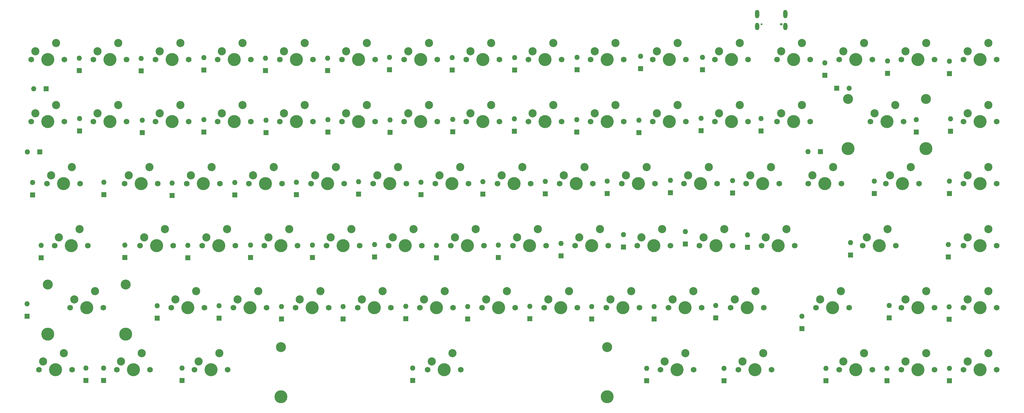
<source format=gbr>
G04 #@! TF.GenerationSoftware,KiCad,Pcbnew,8.0.8*
G04 #@! TF.CreationDate,2025-03-04T19:25:46+11:00*
G04 #@! TF.ProjectId,jethro_mk2,6a657468-726f-45f6-9d6b-322e6b696361,rev?*
G04 #@! TF.SameCoordinates,Original*
G04 #@! TF.FileFunction,Soldermask,Top*
G04 #@! TF.FilePolarity,Negative*
%FSLAX46Y46*%
G04 Gerber Fmt 4.6, Leading zero omitted, Abs format (unit mm)*
G04 Created by KiCad (PCBNEW 8.0.8) date 2025-03-04 19:25:46*
%MOMM*%
%LPD*%
G01*
G04 APERTURE LIST*
%ADD10C,3.048000*%
%ADD11C,3.987800*%
%ADD12C,1.750000*%
%ADD13C,4.000000*%
%ADD14C,2.500000*%
%ADD15R,1.600000X1.600000*%
%ADD16O,1.600000X1.600000*%
%ADD17C,0.600000*%
%ADD18O,0.850000X0.600000*%
%ADD19O,1.300000X2.600000*%
%ADD20O,1.300000X2.300000*%
G04 APERTURE END LIST*
D10*
X109500000Y-126415000D03*
D11*
X109500000Y-141625000D03*
D10*
X209500000Y-126415000D03*
D11*
X209500000Y-141625000D03*
D12*
X299720000Y-38100000D03*
D13*
X304800000Y-38100000D03*
D12*
X309880000Y-38100000D03*
D14*
X300990000Y-35560000D03*
X307340000Y-33020000D03*
D12*
X147320000Y-38100000D03*
D13*
X152400000Y-38100000D03*
D12*
X157480000Y-38100000D03*
D14*
X148590000Y-35560000D03*
X154940000Y-33020000D03*
D12*
X166370000Y-38100000D03*
D13*
X171450000Y-38100000D03*
D12*
X176530000Y-38100000D03*
D14*
X167640000Y-35560000D03*
X173990000Y-33020000D03*
D12*
X223520000Y-38100000D03*
D13*
X228600000Y-38100000D03*
D12*
X233680000Y-38100000D03*
D14*
X224790000Y-35560000D03*
X231140000Y-33020000D03*
D12*
X52070000Y-38100000D03*
D13*
X57150000Y-38100000D03*
D12*
X62230000Y-38100000D03*
D14*
X53340000Y-35560000D03*
X59690000Y-33020000D03*
D12*
X75882500Y-114300000D03*
D13*
X80962500Y-114300000D03*
D12*
X86042500Y-114300000D03*
D14*
X77152500Y-111760000D03*
X83502500Y-109220000D03*
D12*
X318770000Y-57150000D03*
D13*
X323850000Y-57150000D03*
D12*
X328930000Y-57150000D03*
D14*
X320040000Y-54610000D03*
X326390000Y-52070000D03*
D12*
X294957500Y-76200000D03*
D13*
X300037500Y-76200000D03*
D12*
X305117500Y-76200000D03*
D14*
X296227500Y-73660000D03*
X302577500Y-71120000D03*
D12*
X71120000Y-38100000D03*
D13*
X76200000Y-38100000D03*
D12*
X81280000Y-38100000D03*
D14*
X72390000Y-35560000D03*
X78740000Y-33020000D03*
D12*
X90170000Y-57150000D03*
D13*
X95250000Y-57150000D03*
D12*
X100330000Y-57150000D03*
D14*
X91440000Y-54610000D03*
X97790000Y-52070000D03*
D12*
X247332500Y-114300000D03*
D13*
X252412500Y-114300000D03*
D12*
X257492500Y-114300000D03*
D14*
X248602500Y-111760000D03*
X254952500Y-109220000D03*
D12*
X204470000Y-38100000D03*
D13*
X209550000Y-38100000D03*
D12*
X214630000Y-38100000D03*
D14*
X205740000Y-35560000D03*
X212090000Y-33020000D03*
D12*
X223520000Y-57150000D03*
D13*
X228600000Y-57150000D03*
D12*
X233680000Y-57150000D03*
D14*
X224790000Y-54610000D03*
X231140000Y-52070000D03*
D12*
X137795000Y-76200000D03*
D13*
X142875000Y-76200000D03*
D12*
X147955000Y-76200000D03*
D14*
X139065000Y-73660000D03*
X145415000Y-71120000D03*
D12*
X175895000Y-76200000D03*
D13*
X180975000Y-76200000D03*
D12*
X186055000Y-76200000D03*
D14*
X177165000Y-73660000D03*
X183515000Y-71120000D03*
D12*
X61595000Y-76200000D03*
D13*
X66675000Y-76200000D03*
D12*
X71755000Y-76200000D03*
D14*
X62865000Y-73660000D03*
X69215000Y-71120000D03*
D12*
X242570000Y-57150000D03*
D13*
X247650000Y-57150000D03*
D12*
X252730000Y-57150000D03*
D14*
X243840000Y-54610000D03*
X250190000Y-52070000D03*
D12*
X252095000Y-76200000D03*
D13*
X257175000Y-76200000D03*
D12*
X262255000Y-76200000D03*
D14*
X253365000Y-73660000D03*
X259715000Y-71120000D03*
D12*
X273526250Y-114300000D03*
D13*
X278606250Y-114300000D03*
D12*
X283686250Y-114300000D03*
D14*
X274796250Y-111760000D03*
X281146250Y-109220000D03*
D12*
X318770000Y-114300000D03*
D13*
X323850000Y-114300000D03*
D12*
X328930000Y-114300000D03*
D14*
X320040000Y-111760000D03*
X326390000Y-109220000D03*
D12*
X271145000Y-76200000D03*
D13*
X276225000Y-76200000D03*
D12*
X281305000Y-76200000D03*
D14*
X272415000Y-73660000D03*
X278765000Y-71120000D03*
D12*
X299720000Y-133350000D03*
D13*
X304800000Y-133350000D03*
D12*
X309880000Y-133350000D03*
D14*
X300990000Y-130810000D03*
X307340000Y-128270000D03*
D12*
X287813750Y-95250000D03*
D13*
X292893750Y-95250000D03*
D12*
X297973750Y-95250000D03*
D14*
X289083750Y-92710000D03*
X295433750Y-90170000D03*
D12*
X35401250Y-133350000D03*
D13*
X40481250Y-133350000D03*
D12*
X45561250Y-133350000D03*
D14*
X36671250Y-130810000D03*
X43021250Y-128270000D03*
D12*
X109220000Y-38100000D03*
D13*
X114300000Y-38100000D03*
D12*
X119380000Y-38100000D03*
D14*
X110490000Y-35560000D03*
X116840000Y-33020000D03*
D12*
X249713750Y-133350000D03*
D13*
X254793750Y-133350000D03*
D12*
X259873750Y-133350000D03*
D14*
X250983750Y-130810000D03*
X257333750Y-128270000D03*
D12*
X80645000Y-76200000D03*
D13*
X85725000Y-76200000D03*
D12*
X90805000Y-76200000D03*
D14*
X81915000Y-73660000D03*
X88265000Y-71120000D03*
D12*
X33020000Y-38100000D03*
D13*
X38100000Y-38100000D03*
D12*
X43180000Y-38100000D03*
D14*
X34290000Y-35560000D03*
X40640000Y-33020000D03*
D12*
X213995000Y-76200000D03*
D13*
X219075000Y-76200000D03*
D12*
X224155000Y-76200000D03*
D14*
X215265000Y-73660000D03*
X221615000Y-71120000D03*
D12*
X142557500Y-95250000D03*
D13*
X147637500Y-95250000D03*
D12*
X152717500Y-95250000D03*
D14*
X143827500Y-92710000D03*
X150177500Y-90170000D03*
D12*
X147320000Y-57150000D03*
D13*
X152400000Y-57150000D03*
D12*
X157480000Y-57150000D03*
D14*
X148590000Y-54610000D03*
X154940000Y-52070000D03*
D12*
X261620000Y-38100000D03*
D13*
X266700000Y-38100000D03*
D12*
X271780000Y-38100000D03*
D14*
X262890000Y-35560000D03*
X269240000Y-33020000D03*
D12*
X33020000Y-57150000D03*
D13*
X38100000Y-57150000D03*
D12*
X43180000Y-57150000D03*
D14*
X34290000Y-54610000D03*
X40640000Y-52070000D03*
D12*
X318770000Y-76200000D03*
D13*
X323850000Y-76200000D03*
D12*
X328930000Y-76200000D03*
D14*
X320040000Y-73660000D03*
X326390000Y-71120000D03*
D12*
X318770000Y-38100000D03*
D13*
X323850000Y-38100000D03*
D12*
X328930000Y-38100000D03*
D14*
X320040000Y-35560000D03*
X326390000Y-33020000D03*
D12*
X194945000Y-76200000D03*
D13*
X200025000Y-76200000D03*
D12*
X205105000Y-76200000D03*
D14*
X196215000Y-73660000D03*
X202565000Y-71120000D03*
D12*
X52070000Y-57150000D03*
D13*
X57150000Y-57150000D03*
D12*
X62230000Y-57150000D03*
D14*
X53340000Y-54610000D03*
X59690000Y-52070000D03*
D12*
X90170000Y-38100000D03*
D13*
X95250000Y-38100000D03*
D12*
X100330000Y-38100000D03*
D14*
X91440000Y-35560000D03*
X97790000Y-33020000D03*
D12*
X85407500Y-95250000D03*
D13*
X90487500Y-95250000D03*
D12*
X95567500Y-95250000D03*
D14*
X86677500Y-92710000D03*
X93027500Y-90170000D03*
D15*
X219300000Y-60514315D03*
D16*
X219300000Y-56704315D03*
D12*
X225901250Y-133350000D03*
D13*
X230981250Y-133350000D03*
D12*
X236061250Y-133350000D03*
D14*
X227171250Y-130810000D03*
X233521250Y-128270000D03*
D12*
X37782500Y-76200000D03*
D13*
X42862500Y-76200000D03*
D12*
X47942500Y-76200000D03*
D14*
X39052500Y-73660000D03*
X45402500Y-71120000D03*
D12*
X318770000Y-133350000D03*
D13*
X323850000Y-133350000D03*
D12*
X328930000Y-133350000D03*
D14*
X320040000Y-130810000D03*
X326390000Y-128270000D03*
D12*
X99695000Y-76200000D03*
D13*
X104775000Y-76200000D03*
D12*
X109855000Y-76200000D03*
D14*
X100965000Y-73660000D03*
X107315000Y-71120000D03*
D12*
X171132500Y-114300000D03*
D13*
X176212500Y-114300000D03*
D12*
X181292500Y-114300000D03*
D14*
X172402500Y-111760000D03*
X178752500Y-109220000D03*
D12*
X280670000Y-133350000D03*
D13*
X285750000Y-133350000D03*
D12*
X290830000Y-133350000D03*
D14*
X281940000Y-130810000D03*
X288290000Y-128270000D03*
D12*
X290195000Y-57150000D03*
D13*
X295275000Y-57150000D03*
D12*
X300355000Y-57150000D03*
D14*
X291465000Y-54610000D03*
X297815000Y-52070000D03*
D12*
X133032500Y-114300000D03*
D13*
X138112500Y-114300000D03*
D12*
X143192500Y-114300000D03*
D14*
X134302500Y-111760000D03*
X140652500Y-109220000D03*
D12*
X40163750Y-95250000D03*
D13*
X45243750Y-95250000D03*
D12*
X50323750Y-95250000D03*
D14*
X41433750Y-92710000D03*
X47783750Y-90170000D03*
D12*
X237807500Y-95250000D03*
D13*
X242887500Y-95250000D03*
D12*
X247967500Y-95250000D03*
D14*
X239077500Y-92710000D03*
X245427500Y-90170000D03*
D12*
X199707500Y-95250000D03*
D13*
X204787500Y-95250000D03*
D12*
X209867500Y-95250000D03*
D14*
X200977500Y-92710000D03*
X207327500Y-90170000D03*
D12*
X204470000Y-57150000D03*
D13*
X209550000Y-57150000D03*
D12*
X214630000Y-57150000D03*
D14*
X205740000Y-54610000D03*
X212090000Y-52070000D03*
D12*
X166370000Y-57150000D03*
D13*
X171450000Y-57150000D03*
D12*
X176530000Y-57150000D03*
D14*
X167640000Y-54610000D03*
X173990000Y-52070000D03*
D12*
X242570000Y-38100000D03*
D13*
X247650000Y-38100000D03*
D12*
X252730000Y-38100000D03*
D14*
X243840000Y-35560000D03*
X250190000Y-33020000D03*
D10*
X38062000Y-107215000D03*
D11*
X38062000Y-122425000D03*
D10*
X61938000Y-107215000D03*
D11*
X61938000Y-122425000D03*
D12*
X299720000Y-114300000D03*
D13*
X304800000Y-114300000D03*
D12*
X309880000Y-114300000D03*
D14*
X300990000Y-111760000D03*
X307340000Y-109220000D03*
D12*
X218757500Y-95250000D03*
D13*
X223837500Y-95250000D03*
D12*
X228917500Y-95250000D03*
D14*
X220027500Y-92710000D03*
X226377500Y-90170000D03*
D12*
X318770000Y-95250000D03*
D13*
X323850000Y-95250000D03*
D12*
X328930000Y-95250000D03*
D14*
X320040000Y-92710000D03*
X326390000Y-90170000D03*
D10*
X283362000Y-50215000D03*
D11*
X283362000Y-65425000D03*
D10*
X307238000Y-50215000D03*
D11*
X307238000Y-65425000D03*
D12*
X180657500Y-95250000D03*
D13*
X185737500Y-95250000D03*
D12*
X190817500Y-95250000D03*
D14*
X181927500Y-92710000D03*
X188277500Y-90170000D03*
D12*
X44926250Y-114300000D03*
D13*
X50006250Y-114300000D03*
D12*
X55086250Y-114300000D03*
D14*
X46196250Y-111760000D03*
X52546250Y-109220000D03*
D12*
X128270000Y-38100000D03*
D13*
X133350000Y-38100000D03*
D12*
X138430000Y-38100000D03*
D14*
X129540000Y-35560000D03*
X135890000Y-33020000D03*
D12*
X104457500Y-95250000D03*
D13*
X109537500Y-95250000D03*
D12*
X114617500Y-95250000D03*
D14*
X105727500Y-92710000D03*
X112077500Y-90170000D03*
D12*
X256857500Y-95250000D03*
D13*
X261937500Y-95250000D03*
D12*
X267017500Y-95250000D03*
D14*
X258127500Y-92710000D03*
X264477500Y-90170000D03*
D12*
X190182500Y-114300000D03*
D13*
X195262500Y-114300000D03*
D12*
X200342500Y-114300000D03*
D14*
X191452500Y-111760000D03*
X197802500Y-109220000D03*
D12*
X228282500Y-114300000D03*
D13*
X233362500Y-114300000D03*
D12*
X238442500Y-114300000D03*
D14*
X229552500Y-111760000D03*
X235902500Y-109220000D03*
D12*
X118745000Y-76200000D03*
D13*
X123825000Y-76200000D03*
D12*
X128905000Y-76200000D03*
D14*
X120015000Y-73660000D03*
X126365000Y-71120000D03*
D12*
X123507500Y-95250000D03*
D13*
X128587500Y-95250000D03*
D12*
X133667500Y-95250000D03*
D14*
X124777500Y-92710000D03*
X131127500Y-90170000D03*
D12*
X185420000Y-57150000D03*
D13*
X190500000Y-57150000D03*
D12*
X195580000Y-57150000D03*
D14*
X186690000Y-54610000D03*
X193040000Y-52070000D03*
D12*
X280670000Y-38100000D03*
D13*
X285750000Y-38100000D03*
D12*
X290830000Y-38100000D03*
D14*
X281940000Y-35560000D03*
X288290000Y-33020000D03*
D12*
X83026250Y-133350000D03*
D13*
X88106250Y-133350000D03*
D12*
X93186250Y-133350000D03*
D14*
X84296250Y-130810000D03*
X90646250Y-128270000D03*
D12*
X59213750Y-133350000D03*
D13*
X64293750Y-133350000D03*
D12*
X69373750Y-133350000D03*
D14*
X60483750Y-130810000D03*
X66833750Y-128270000D03*
D12*
X152082500Y-114300000D03*
D13*
X157162500Y-114300000D03*
D12*
X162242500Y-114300000D03*
D14*
X153352500Y-111760000D03*
X159702500Y-109220000D03*
D12*
X128270000Y-57150000D03*
D13*
X133350000Y-57150000D03*
D12*
X138430000Y-57150000D03*
D14*
X129540000Y-54610000D03*
X135890000Y-52070000D03*
D12*
X233045000Y-76200000D03*
D13*
X238125000Y-76200000D03*
D12*
X243205000Y-76200000D03*
D14*
X234315000Y-73660000D03*
X240665000Y-71120000D03*
D12*
X66357500Y-95250000D03*
D13*
X71437500Y-95250000D03*
D12*
X76517500Y-95250000D03*
D14*
X67627500Y-92710000D03*
X73977500Y-90170000D03*
D12*
X71120000Y-57150000D03*
D13*
X76200000Y-57150000D03*
D12*
X81280000Y-57150000D03*
D14*
X72390000Y-54610000D03*
X78740000Y-52070000D03*
D12*
X209232500Y-114300000D03*
D13*
X214312500Y-114300000D03*
D12*
X219392500Y-114300000D03*
D14*
X210502500Y-111760000D03*
X216852500Y-109220000D03*
D12*
X185420000Y-38100000D03*
D13*
X190500000Y-38100000D03*
D12*
X195580000Y-38100000D03*
D14*
X186690000Y-35560000D03*
X193040000Y-33020000D03*
D12*
X109220000Y-57150000D03*
D13*
X114300000Y-57150000D03*
D12*
X119380000Y-57150000D03*
D14*
X110490000Y-54610000D03*
X116840000Y-52070000D03*
D12*
X94932500Y-114300000D03*
D13*
X100012500Y-114300000D03*
D12*
X105092500Y-114300000D03*
D14*
X96202500Y-111760000D03*
X102552500Y-109220000D03*
D12*
X261620000Y-57150000D03*
D13*
X266700000Y-57150000D03*
D12*
X271780000Y-57150000D03*
D14*
X262890000Y-54610000D03*
X269240000Y-52070000D03*
D12*
X113982500Y-114300000D03*
D13*
X119062500Y-114300000D03*
D12*
X124142500Y-114300000D03*
D14*
X115252500Y-111760000D03*
X121602500Y-109220000D03*
D12*
X154463750Y-133350000D03*
D13*
X159543750Y-133350000D03*
D12*
X164623750Y-133350000D03*
D14*
X155733750Y-130810000D03*
X162083750Y-128270000D03*
D12*
X156845000Y-76200000D03*
D13*
X161925000Y-76200000D03*
D12*
X167005000Y-76200000D03*
D14*
X158115000Y-73660000D03*
X164465000Y-71120000D03*
D12*
X161607500Y-95250000D03*
D13*
X166687500Y-95250000D03*
D12*
X171767500Y-95250000D03*
D14*
X162877500Y-92710000D03*
X169227500Y-90170000D03*
D15*
X248000000Y-79049315D03*
D16*
X248000000Y-75239315D03*
D15*
X81000000Y-98949315D03*
D16*
X81000000Y-95139315D03*
D15*
X314300000Y-117849315D03*
D16*
X314300000Y-114039315D03*
D15*
X171400000Y-79449315D03*
D16*
X171400000Y-75639315D03*
D15*
X95400000Y-79649315D03*
D16*
X95400000Y-75839315D03*
D15*
X49800000Y-136649315D03*
D16*
X49800000Y-132839315D03*
D17*
X256850000Y-27250000D03*
D18*
X262850000Y-27250000D03*
D19*
X255530000Y-24150000D03*
D20*
X255530000Y-27975000D03*
D19*
X264170000Y-24150000D03*
D20*
X264170000Y-27975000D03*
D15*
X67000000Y-60549315D03*
D16*
X67000000Y-56739315D03*
D15*
X185800000Y-117649315D03*
D16*
X185800000Y-113839315D03*
D15*
X85900000Y-41349315D03*
D16*
X85900000Y-37539315D03*
D15*
X71600000Y-117549315D03*
D16*
X71600000Y-113739315D03*
D15*
X314400000Y-79249315D03*
D16*
X314400000Y-75439315D03*
D15*
X162000000Y-41349315D03*
D16*
X162000000Y-37539315D03*
D15*
X314100000Y-98749315D03*
D16*
X314100000Y-94939315D03*
D15*
X314400000Y-42449315D03*
D16*
X314400000Y-38639315D03*
D15*
X296000000Y-117449315D03*
D16*
X296000000Y-113639315D03*
D15*
X36000000Y-98949315D03*
D16*
X36000000Y-95139315D03*
D15*
X123800000Y-41449315D03*
D16*
X123800000Y-37639315D03*
D15*
X214500000Y-95649315D03*
D16*
X214500000Y-91839315D03*
D15*
X47700000Y-41449315D03*
D16*
X47700000Y-37639315D03*
D15*
X66700000Y-41549315D03*
D16*
X66700000Y-37739315D03*
D15*
X233500000Y-94749315D03*
D16*
X233500000Y-90939315D03*
D15*
X256700000Y-60049315D03*
D16*
X256700000Y-56239315D03*
D15*
X128600000Y-117749315D03*
D16*
X128600000Y-113939315D03*
D15*
X295500000Y-42349315D03*
D16*
X295500000Y-38539315D03*
D15*
X76200000Y-79849315D03*
D16*
X76200000Y-76039315D03*
D15*
X55200000Y-136649315D03*
D16*
X55200000Y-132839315D03*
D15*
X55300000Y-79549315D03*
D16*
X55300000Y-75739315D03*
D15*
X35649315Y-66500000D03*
D16*
X31839315Y-66500000D03*
D15*
X219800000Y-40849315D03*
D16*
X219800000Y-37039315D03*
D15*
X314800000Y-60149315D03*
D16*
X314800000Y-56339315D03*
D15*
X123900000Y-60349315D03*
D16*
X123900000Y-56539315D03*
D15*
X138200000Y-98749315D03*
D16*
X138200000Y-94939315D03*
D15*
X157200000Y-98949315D03*
D16*
X157200000Y-95139315D03*
D15*
X105000000Y-60549315D03*
D16*
X105000000Y-56739315D03*
D15*
X221600000Y-136749315D03*
D16*
X221600000Y-132939315D03*
D15*
X291400000Y-79249315D03*
D16*
X291400000Y-75439315D03*
D15*
X274849315Y-66400000D03*
D16*
X271039315Y-66400000D03*
D15*
X147800000Y-117649315D03*
D16*
X147800000Y-113839315D03*
D15*
X195400000Y-98349315D03*
D16*
X195400000Y-94539315D03*
D15*
X176200000Y-98849315D03*
D16*
X176200000Y-95039315D03*
D15*
X47800000Y-60049315D03*
D16*
X47800000Y-56239315D03*
D15*
X181100000Y-60149315D03*
D16*
X181100000Y-56339315D03*
D15*
X276600000Y-136749315D03*
D16*
X276600000Y-132939315D03*
D15*
X252500000Y-95749315D03*
D16*
X252500000Y-91939315D03*
D15*
X190600000Y-79349315D03*
D16*
X190600000Y-75539315D03*
D15*
X104800000Y-41449315D03*
D16*
X104800000Y-37639315D03*
D15*
X284100000Y-98149315D03*
D16*
X284100000Y-94339315D03*
D15*
X114300000Y-79549315D03*
D16*
X114300000Y-75739315D03*
D15*
X142800000Y-41249315D03*
D16*
X142800000Y-37439315D03*
D15*
X238300000Y-59949315D03*
D16*
X238300000Y-56139315D03*
D15*
X152500000Y-79549315D03*
D16*
X152500000Y-75739315D03*
D15*
X181200000Y-41349315D03*
D16*
X181200000Y-37539315D03*
D15*
X223900000Y-117749315D03*
D16*
X223900000Y-113939315D03*
D15*
X85900000Y-60349315D03*
D16*
X85900000Y-56539315D03*
D15*
X79200000Y-136649315D03*
D16*
X79200000Y-132839315D03*
D15*
X31700000Y-116949315D03*
D16*
X31700000Y-113139315D03*
D15*
X276200000Y-42949315D03*
D16*
X276200000Y-39139315D03*
D15*
X162200000Y-60249315D03*
D16*
X162200000Y-56439315D03*
D15*
X90600000Y-117549315D03*
D16*
X90600000Y-113739315D03*
D15*
X209500000Y-79249315D03*
D16*
X209500000Y-75439315D03*
D15*
X304300000Y-60349315D03*
D16*
X304300000Y-56539315D03*
D15*
X314400000Y-136749315D03*
D16*
X314400000Y-132939315D03*
D15*
X269200000Y-120749315D03*
D16*
X269200000Y-116939315D03*
D15*
X37549315Y-47100000D03*
D16*
X33739315Y-47100000D03*
D15*
X295300000Y-136749315D03*
D16*
X295300000Y-132939315D03*
D15*
X119200000Y-98849315D03*
D16*
X119200000Y-95039315D03*
D15*
X133300000Y-79449315D03*
D16*
X133300000Y-75639315D03*
D15*
X279850686Y-46900000D03*
D16*
X283660686Y-46900000D03*
D15*
X109700000Y-117749315D03*
D16*
X109700000Y-113939315D03*
D15*
X238700000Y-41249315D03*
D16*
X238700000Y-37439315D03*
D15*
X166800000Y-117749315D03*
D16*
X166800000Y-113939315D03*
D15*
X200300000Y-41249315D03*
D16*
X200300000Y-37439315D03*
D15*
X204800000Y-117749315D03*
D16*
X204800000Y-113939315D03*
D15*
X61700000Y-98849315D03*
D16*
X61700000Y-95039315D03*
D15*
X149900000Y-136649315D03*
D16*
X149900000Y-132839315D03*
D15*
X100200000Y-98849315D03*
D16*
X100200000Y-95039315D03*
D15*
X242800000Y-117449315D03*
D16*
X242800000Y-113639315D03*
D15*
X33400000Y-79649315D03*
D16*
X33400000Y-75839315D03*
D15*
X200200000Y-60349315D03*
D16*
X200200000Y-56539315D03*
D15*
X143000000Y-60449315D03*
D16*
X143000000Y-56639315D03*
D15*
X228900000Y-78949315D03*
D16*
X228900000Y-75139315D03*
D15*
X245300000Y-136749315D03*
D16*
X245300000Y-132939315D03*
M02*

</source>
